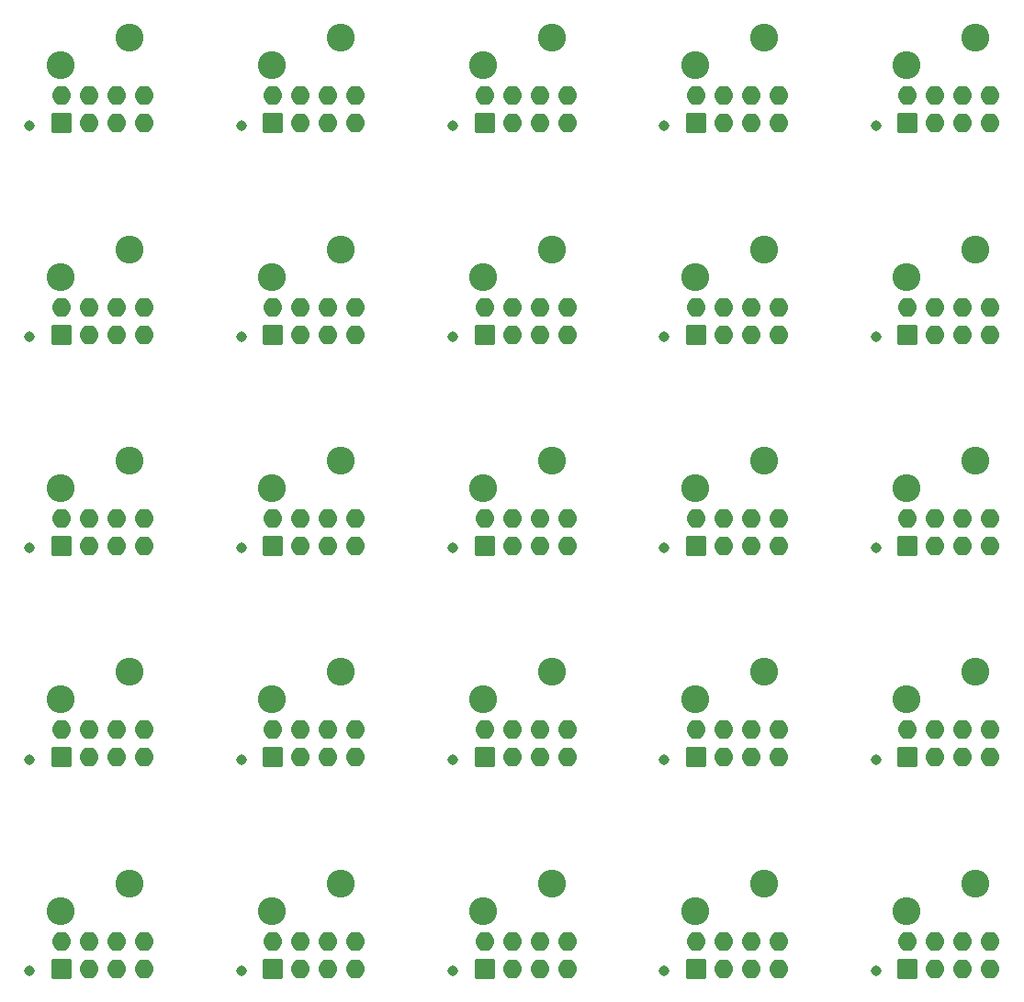
<source format=gbs>
G04 #@! TF.GenerationSoftware,KiCad,Pcbnew,8.0.0-8.0.0-1~ubuntu22.04.1*
G04 #@! TF.CreationDate,2024-03-04T18:16:01+01:00*
G04 #@! TF.ProjectId,1x1_panel,3178315f-7061-46e6-956c-2e6b69636164,rev?*
G04 #@! TF.SameCoordinates,Original*
G04 #@! TF.FileFunction,Soldermask,Bot*
G04 #@! TF.FilePolarity,Negative*
%FSLAX46Y46*%
G04 Gerber Fmt 4.6, Leading zero omitted, Abs format (unit mm)*
G04 Created by KiCad (PCBNEW 8.0.0-8.0.0-1~ubuntu22.04.1) date 2024-03-04 18:16:01*
%MOMM*%
%LPD*%
G01*
G04 APERTURE LIST*
G04 Aperture macros list*
%AMRoundRect*
0 Rectangle with rounded corners*
0 $1 Rounding radius*
0 $2 $3 $4 $5 $6 $7 $8 $9 X,Y pos of 4 corners*
0 Add a 4 corners polygon primitive as box body*
4,1,4,$2,$3,$4,$5,$6,$7,$8,$9,$2,$3,0*
0 Add four circle primitives for the rounded corners*
1,1,$1+$1,$2,$3*
1,1,$1+$1,$4,$5*
1,1,$1+$1,$6,$7*
1,1,$1+$1,$8,$9*
0 Add four rect primitives between the rounded corners*
20,1,$1+$1,$2,$3,$4,$5,0*
20,1,$1+$1,$4,$5,$6,$7,0*
20,1,$1+$1,$6,$7,$8,$9,0*
20,1,$1+$1,$8,$9,$2,$3,0*%
G04 Aperture macros list end*
%ADD10RoundRect,0.038000X-0.850000X0.850000X-0.850000X-0.850000X0.850000X-0.850000X0.850000X0.850000X0*%
%ADD11O,1.776000X1.776000*%
%ADD12C,2.576000*%
%ADD13C,0.976000*%
G04 APERTURE END LIST*
D10*
X23950000Y-9540000D03*
D11*
X23950000Y-7000000D03*
X26490000Y-9540000D03*
X26490000Y-7000000D03*
X29030000Y-9540000D03*
X29030000Y-7000000D03*
X31570000Y-9540000D03*
X31570000Y-7000000D03*
D12*
X23815000Y-4210000D03*
X30165000Y-1670000D03*
D10*
X82450000Y-87540000D03*
D11*
X82450000Y-85000000D03*
X84990000Y-87540000D03*
X84990000Y-85000000D03*
X87530000Y-87540000D03*
X87530000Y-85000000D03*
X90070000Y-87540000D03*
X90070000Y-85000000D03*
D12*
X82315000Y-82210000D03*
X88665000Y-79670000D03*
D10*
X62950000Y-87540000D03*
D11*
X62950000Y-85000000D03*
X65490000Y-87540000D03*
X65490000Y-85000000D03*
X68030000Y-87540000D03*
X68030000Y-85000000D03*
X70570000Y-87540000D03*
X70570000Y-85000000D03*
D12*
X62815000Y-82210000D03*
X69165000Y-79670000D03*
D10*
X43450000Y-87540000D03*
D11*
X43450000Y-85000000D03*
X45990000Y-87540000D03*
X45990000Y-85000000D03*
X48530000Y-87540000D03*
X48530000Y-85000000D03*
X51070000Y-87540000D03*
X51070000Y-85000000D03*
D12*
X43315000Y-82210000D03*
X49665000Y-79670000D03*
D10*
X23950000Y-87540000D03*
D11*
X23950000Y-85000000D03*
X26490000Y-87540000D03*
X26490000Y-85000000D03*
X29030000Y-87540000D03*
X29030000Y-85000000D03*
X31570000Y-87540000D03*
X31570000Y-85000000D03*
D12*
X23815000Y-82210000D03*
X30165000Y-79670000D03*
D10*
X4450000Y-87540000D03*
D11*
X4450000Y-85000000D03*
X6990000Y-87540000D03*
X6990000Y-85000000D03*
X9530000Y-87540000D03*
X9530000Y-85000000D03*
X12070000Y-87540000D03*
X12070000Y-85000000D03*
D12*
X4315000Y-82210000D03*
X10665000Y-79670000D03*
D10*
X82450000Y-68040000D03*
D11*
X82450000Y-65500000D03*
X84990000Y-68040000D03*
X84990000Y-65500000D03*
X87530000Y-68040000D03*
X87530000Y-65500000D03*
X90070000Y-68040000D03*
X90070000Y-65500000D03*
D12*
X82315000Y-62710000D03*
X88665000Y-60170000D03*
D10*
X62950000Y-68040000D03*
D11*
X62950000Y-65500000D03*
X65490000Y-68040000D03*
X65490000Y-65500000D03*
X68030000Y-68040000D03*
X68030000Y-65500000D03*
X70570000Y-68040000D03*
X70570000Y-65500000D03*
D12*
X62815000Y-62710000D03*
X69165000Y-60170000D03*
D10*
X43450000Y-68040000D03*
D11*
X43450000Y-65500000D03*
X45990000Y-68040000D03*
X45990000Y-65500000D03*
X48530000Y-68040000D03*
X48530000Y-65500000D03*
X51070000Y-68040000D03*
X51070000Y-65500000D03*
D12*
X43315000Y-62710000D03*
X49665000Y-60170000D03*
D10*
X23950000Y-68040000D03*
D11*
X23950000Y-65500000D03*
X26490000Y-68040000D03*
X26490000Y-65500000D03*
X29030000Y-68040000D03*
X29030000Y-65500000D03*
X31570000Y-68040000D03*
X31570000Y-65500000D03*
D12*
X23815000Y-62710000D03*
X30165000Y-60170000D03*
D10*
X4450000Y-68040000D03*
D11*
X4450000Y-65500000D03*
X6990000Y-68040000D03*
X6990000Y-65500000D03*
X9530000Y-68040000D03*
X9530000Y-65500000D03*
X12070000Y-68040000D03*
X12070000Y-65500000D03*
D12*
X4315000Y-62710000D03*
X10665000Y-60170000D03*
D10*
X82450000Y-48540000D03*
D11*
X82450000Y-46000000D03*
X84990000Y-48540000D03*
X84990000Y-46000000D03*
X87530000Y-48540000D03*
X87530000Y-46000000D03*
X90070000Y-48540000D03*
X90070000Y-46000000D03*
D12*
X82315000Y-43210000D03*
X88665000Y-40670000D03*
D10*
X62950000Y-48540000D03*
D11*
X62950000Y-46000000D03*
X65490000Y-48540000D03*
X65490000Y-46000000D03*
X68030000Y-48540000D03*
X68030000Y-46000000D03*
X70570000Y-48540000D03*
X70570000Y-46000000D03*
D12*
X62815000Y-43210000D03*
X69165000Y-40670000D03*
D10*
X43450000Y-48540000D03*
D11*
X43450000Y-46000000D03*
X45990000Y-48540000D03*
X45990000Y-46000000D03*
X48530000Y-48540000D03*
X48530000Y-46000000D03*
X51070000Y-48540000D03*
X51070000Y-46000000D03*
D12*
X43315000Y-43210000D03*
X49665000Y-40670000D03*
D10*
X23950000Y-48540000D03*
D11*
X23950000Y-46000000D03*
X26490000Y-48540000D03*
X26490000Y-46000000D03*
X29030000Y-48540000D03*
X29030000Y-46000000D03*
X31570000Y-48540000D03*
X31570000Y-46000000D03*
D12*
X23815000Y-43210000D03*
X30165000Y-40670000D03*
D10*
X4450000Y-48540000D03*
D11*
X4450000Y-46000000D03*
X6990000Y-48540000D03*
X6990000Y-46000000D03*
X9530000Y-48540000D03*
X9530000Y-46000000D03*
X12070000Y-48540000D03*
X12070000Y-46000000D03*
D12*
X4315000Y-43210000D03*
X10665000Y-40670000D03*
D10*
X82450000Y-29040000D03*
D11*
X82450000Y-26500000D03*
X84990000Y-29040000D03*
X84990000Y-26500000D03*
X87530000Y-29040000D03*
X87530000Y-26500000D03*
X90070000Y-29040000D03*
X90070000Y-26500000D03*
D12*
X82315000Y-23710000D03*
X88665000Y-21170000D03*
D10*
X62950000Y-29040000D03*
D11*
X62950000Y-26500000D03*
X65490000Y-29040000D03*
X65490000Y-26500000D03*
X68030000Y-29040000D03*
X68030000Y-26500000D03*
X70570000Y-29040000D03*
X70570000Y-26500000D03*
D12*
X62815000Y-23710000D03*
X69165000Y-21170000D03*
D10*
X43450000Y-29040000D03*
D11*
X43450000Y-26500000D03*
X45990000Y-29040000D03*
X45990000Y-26500000D03*
X48530000Y-29040000D03*
X48530000Y-26500000D03*
X51070000Y-29040000D03*
X51070000Y-26500000D03*
D12*
X43315000Y-23710000D03*
X49665000Y-21170000D03*
D10*
X23950000Y-29040000D03*
D11*
X23950000Y-26500000D03*
X26490000Y-29040000D03*
X26490000Y-26500000D03*
X29030000Y-29040000D03*
X29030000Y-26500000D03*
X31570000Y-29040000D03*
X31570000Y-26500000D03*
D12*
X23815000Y-23710000D03*
X30165000Y-21170000D03*
D10*
X4450000Y-29040000D03*
D11*
X4450000Y-26500000D03*
X6990000Y-29040000D03*
X6990000Y-26500000D03*
X9530000Y-29040000D03*
X9530000Y-26500000D03*
X12070000Y-29040000D03*
X12070000Y-26500000D03*
D12*
X4315000Y-23710000D03*
X10665000Y-21170000D03*
D10*
X82450000Y-9540000D03*
D11*
X82450000Y-7000000D03*
X84990000Y-9540000D03*
X84990000Y-7000000D03*
X87530000Y-9540000D03*
X87530000Y-7000000D03*
X90070000Y-9540000D03*
X90070000Y-7000000D03*
D12*
X82315000Y-4210000D03*
X88665000Y-1670000D03*
D10*
X62950000Y-9540000D03*
D11*
X62950000Y-7000000D03*
X65490000Y-9540000D03*
X65490000Y-7000000D03*
X68030000Y-9540000D03*
X68030000Y-7000000D03*
X70570000Y-9540000D03*
X70570000Y-7000000D03*
D12*
X62815000Y-4210000D03*
X69165000Y-1670000D03*
D10*
X43450000Y-9540000D03*
D11*
X43450000Y-7000000D03*
X45990000Y-9540000D03*
X45990000Y-7000000D03*
X48530000Y-9540000D03*
X48530000Y-7000000D03*
X51070000Y-9540000D03*
X51070000Y-7000000D03*
D12*
X43315000Y-4210000D03*
X49665000Y-1670000D03*
X4315000Y-4210000D03*
X10665000Y-1670000D03*
D10*
X4450000Y-9540000D03*
D11*
X4450000Y-7000000D03*
X6990000Y-9540000D03*
X6990000Y-7000000D03*
X9530000Y-9540000D03*
X9530000Y-7000000D03*
X12070000Y-9540000D03*
X12070000Y-7000000D03*
D13*
X21000000Y-9750000D03*
X79500000Y-87750000D03*
X60000000Y-87750000D03*
X40500000Y-87750000D03*
X21000000Y-87750000D03*
X1500000Y-87750000D03*
X79500000Y-68250000D03*
X60000000Y-68250000D03*
X40500000Y-68250000D03*
X21000000Y-68250000D03*
X1500000Y-68250000D03*
X79500000Y-48750000D03*
X60000000Y-48750000D03*
X40500000Y-48750000D03*
X21000000Y-48750000D03*
X1500000Y-48750000D03*
X79500000Y-29250000D03*
X60000000Y-29250000D03*
X40500000Y-29250000D03*
X21000000Y-29250000D03*
X1500000Y-29250000D03*
X79500000Y-9750000D03*
X60000000Y-9750000D03*
X40500000Y-9750000D03*
X1500000Y-9750000D03*
M02*

</source>
